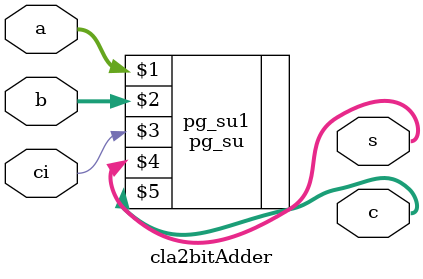
<source format=v>
`include "pg_su.v"
module cla2bitAdder
(
	input [1:0] a,b,
	input ci,
	output [1:0] s,c
);

pg_su pg_su1(a,b,ci,s,c);

endmodule

</source>
